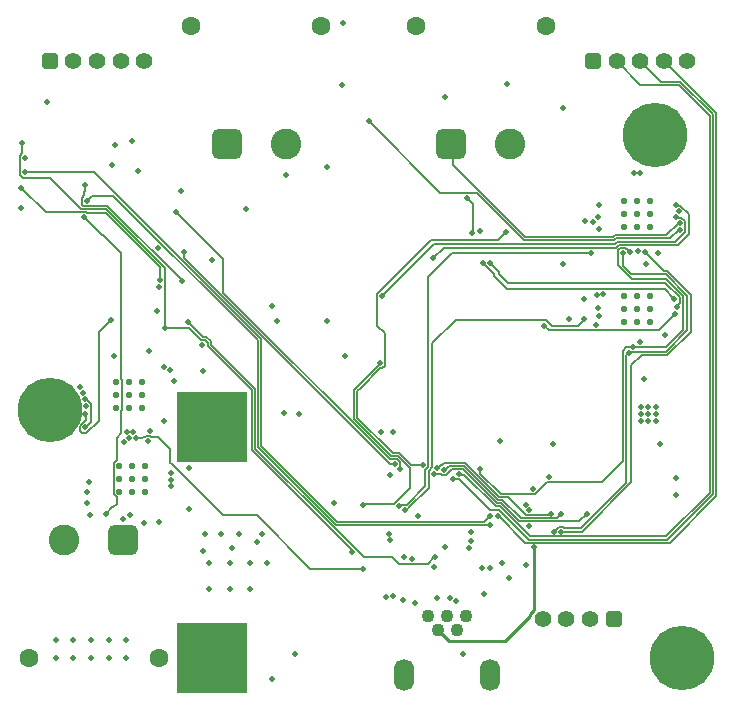
<source format=gbr>
%TF.GenerationSoftware,Altium Limited,Altium Designer,24.7.2 (38)*%
G04 Layer_Physical_Order=3*
G04 Layer_Color=16440176*
%FSLAX45Y45*%
%MOMM*%
%TF.SameCoordinates,4E20714E-E0DB-4EF4-9D00-32C5CA98EF25*%
%TF.FilePolarity,Positive*%
%TF.FileFunction,Copper,L3,Inr,Signal*%
%TF.Part,Single*%
G01*
G75*
%TA.AperFunction,Conductor*%
%ADD40C,0.25400*%
%ADD41C,0.16000*%
%TA.AperFunction,ComponentPad*%
%ADD49O,1.70000X2.70000*%
%ADD50C,1.10000*%
%ADD51C,1.40000*%
G04:AMPARAMS|DCode=52|XSize=1.4mm|YSize=1.4mm|CornerRadius=0.35mm|HoleSize=0mm|Usage=FLASHONLY|Rotation=0.000|XOffset=0mm|YOffset=0mm|HoleType=Round|Shape=RoundedRectangle|*
%AMROUNDEDRECTD52*
21,1,1.40000,0.70000,0,0,0.0*
21,1,0.70000,1.40000,0,0,0.0*
1,1,0.70000,0.35000,-0.35000*
1,1,0.70000,-0.35000,-0.35000*
1,1,0.70000,-0.35000,0.35000*
1,1,0.70000,0.35000,0.35000*
%
%ADD52ROUNDEDRECTD52*%
%ADD53R,6.00000X6.00000*%
G04:AMPARAMS|DCode=54|XSize=2.6mm|YSize=2.6mm|CornerRadius=0.65mm|HoleSize=0mm|Usage=FLASHONLY|Rotation=180.000|XOffset=0mm|YOffset=0mm|HoleType=Round|Shape=RoundedRectangle|*
%AMROUNDEDRECTD54*
21,1,2.60000,1.30000,0,0,180.0*
21,1,1.30000,2.60000,0,0,180.0*
1,1,1.30000,-0.65000,0.65000*
1,1,1.30000,0.65000,0.65000*
1,1,1.30000,0.65000,-0.65000*
1,1,1.30000,-0.65000,-0.65000*
%
%ADD54ROUNDEDRECTD54*%
%ADD55C,1.60000*%
%ADD56C,2.60000*%
%TA.AperFunction,ViaPad*%
%ADD57C,0.46000*%
%ADD58C,0.56000*%
%ADD59C,5.45000*%
D40*
X6949999Y3256552D02*
Y3783001D01*
X6914300Y3220853D02*
X6949999Y3256552D01*
X6914300Y3201800D02*
Y3220853D01*
X6230701Y2989301D02*
X6255356D01*
X6255359Y2989298D02*
X6334639D01*
X6701801Y2989301D02*
X6914300Y3201800D01*
X6334639Y2989298D02*
X6334642Y2989301D01*
X6701801D01*
X6255356D02*
X6255359Y2989298D01*
X6134999Y3084998D02*
X6230701Y2989301D01*
D41*
X6052001Y3644000D02*
X6108001Y3700000D01*
X5807939Y3644000D02*
X6052001D01*
X5797438Y3654501D02*
X5807939Y3644000D01*
X3457500Y4942447D02*
X3461000Y4945946D01*
X3457500Y4749999D02*
Y4942447D01*
X3453547Y5211506D02*
X3461000Y5204054D01*
X3453547Y5211506D02*
Y6276954D01*
X3461000Y4945946D02*
Y5204054D01*
X3394000Y4494053D02*
X3421154Y4521207D01*
Y4713653D02*
X3457500Y4749999D01*
X3421154Y4521207D02*
Y4713653D01*
X3394000Y4235946D02*
Y4494053D01*
X3421154Y4153156D02*
Y4208793D01*
X3394000Y4235946D02*
X3421154Y4208793D01*
X6098875Y6231125D02*
X6189251Y6321501D01*
X7642454D01*
X3117427Y6649025D02*
X3328699D01*
X3338225Y6639499D01*
X2610002Y6829999D02*
X2816976Y6623025D01*
X3303882Y6426619D02*
X3453547Y6276954D01*
X3293192Y6426619D02*
X3303882D01*
X3164295Y6613500D02*
X3327456D01*
X3119501Y6684398D02*
X3128874Y6675025D01*
X3170001Y6720002D02*
X3210001Y6760002D01*
X3128874Y6675025D02*
X3339469D01*
X2816976Y6623025D02*
X3154769D01*
X3119501Y6684398D02*
Y6742689D01*
X3338225Y6639499D02*
X3338225D01*
X3339469Y6675025D02*
X3968323Y6046170D01*
X3137786Y6582025D02*
X3293192Y6426619D01*
X3154769Y6623025D02*
X3164295Y6613500D01*
X2856956Y6909496D02*
X3117427Y6649025D01*
X3170001Y6716025D02*
Y6720002D01*
X3139999Y6795000D02*
X3147999Y6803000D01*
X3139999Y6763187D02*
Y6795000D01*
X3147999Y6803000D02*
Y6847999D01*
X3150000Y6850000D01*
X8186862Y5848579D02*
Y5899597D01*
X8008487Y5624087D02*
X8145912Y5761512D01*
X8161655Y5815254D02*
Y5823372D01*
X8186862Y5848579D01*
X6608882Y6080857D02*
X6718241Y5971498D01*
X8056979D01*
X8139238Y5889238D01*
X8155597Y6674449D02*
X8187822D01*
X8149958Y6680088D02*
X8155597Y6674449D01*
X8152304Y6577700D02*
X8154607Y6575397D01*
X8197001D01*
X8177913Y6474000D02*
X8184416D01*
X8197001Y6575397D02*
X8225416Y6546982D01*
X8176641Y6530000D02*
X8184416D01*
X7657186Y6373002D02*
X8141401D01*
X8071642Y6425001D02*
X8176641Y6530000D01*
X8102915Y6399002D02*
X8177913Y6474000D01*
X8225416Y6457017D02*
Y6546982D01*
X8141401Y6373002D02*
X8225416Y6457017D01*
X5812998Y4447708D02*
X5815706Y4444999D01*
X5812998Y4447708D02*
Y4504273D01*
X3989837Y6234100D02*
X5731200Y4492737D01*
X5766258D02*
X5771998Y4486997D01*
X5731200Y4492737D02*
X5766258D01*
X6012501Y4480001D02*
X6015000Y4482500D01*
X6056376Y4465894D02*
Y6076376D01*
X6090001Y4462749D02*
Y5512374D01*
X6030001Y4439518D02*
X6056376Y4465894D01*
X5910814Y4480001D02*
X6012501D01*
X6059500Y4432248D02*
X6090001Y4462749D01*
X6030001Y4300002D02*
Y4439518D01*
X6059500Y4289501D02*
Y4432248D01*
X6317562Y4361500D02*
X6579060Y4100002D01*
X6323240Y4396760D02*
X6360013D01*
X6317500Y4402500D02*
X6323240Y4396760D01*
X6360013D02*
X6624731Y4132042D01*
X6266251Y4363750D02*
X6268502Y4361500D01*
X6317562D01*
X6579060Y4100002D02*
X6657274D01*
X6197908Y4440498D02*
X6231411Y4474002D01*
X6356309D01*
X6189790Y4440498D02*
X6197908D01*
X6129850Y4452997D02*
X6132032D01*
X6175490Y4485140D02*
X6190351Y4500001D01*
X6164175Y4485140D02*
X6175490D01*
X6132032Y4452997D02*
X6164175Y4485140D01*
X6100500Y4405305D02*
X6167420D01*
X6173226Y4399498D01*
X5398298Y3763955D02*
X5407500Y3754752D01*
X5262464Y3944000D02*
X5268983D01*
X5512985Y3699998D02*
X5751937D01*
X5407500Y3747500D02*
Y3754752D01*
X4588002Y4618461D02*
Y5124679D01*
Y4618461D02*
X5262464Y3944000D01*
X5268983D02*
X5512985Y3699998D01*
X5398298Y3763955D02*
Y3767658D01*
X4561002Y4604954D02*
X5398298Y3767658D01*
X4024061Y5688620D02*
X4145682Y5566999D01*
X4018620Y5688620D02*
X4024061D01*
X4163493Y5540999D02*
X4187718Y5516773D01*
X4134912Y5540999D02*
X4163493D01*
X4030914Y5644998D02*
X4134912Y5540999D01*
X4145682Y5566999D02*
X4174267D01*
X4174764Y5566501D01*
X3378665Y4121247D02*
X3389244D01*
X3323559Y4066140D02*
X3378665Y4121247D01*
X5509997Y4149999D02*
X5766395D01*
X5504998Y4145001D02*
X5509997Y4149999D01*
X5833760Y4216238D02*
X5899998Y4282476D01*
X5766395Y4149999D02*
X5832633Y4216238D01*
X5860000Y4103802D02*
X5867095D01*
X5815741Y4141363D02*
X5839579D01*
X5832633Y4216238D02*
X5833760D01*
X5874801Y4144802D02*
X6030001Y4300002D01*
X5867095Y4103802D02*
X5881096Y4117802D01*
X5843017Y4144802D02*
X5874801D01*
X5810001Y4135623D02*
X5815741Y4141363D01*
X5839579D02*
X5843017Y4144802D01*
X5881096Y4117802D02*
X5887801D01*
X6059500Y4289501D01*
X6649647Y4049647D02*
X6651815D01*
X6877461Y3824001D01*
X6530005Y4000002D02*
X6580002Y4050000D01*
X5280000Y4000002D02*
X6530005D01*
X6108001Y3700000D02*
X6110000D01*
X8438000Y4245914D02*
Y7438457D01*
X8068087Y3876001D02*
X8438000Y4245914D01*
X8490000Y4215002D02*
Y7459996D01*
X8464000Y4235144D02*
Y7449226D01*
X8176457Y7700000D02*
X8438000Y7438457D01*
X8050002Y7899999D02*
X8490000Y7459996D01*
X8098999Y3824001D02*
X8490000Y4215002D01*
X6918044Y3876001D02*
X8068087D01*
X8078857Y3850001D02*
X8464000Y4235144D01*
X6907275Y3850001D02*
X8078857D01*
X8187227Y7725999D02*
X8464000Y7449226D01*
X7850002Y7700000D02*
X8176457D01*
X8024002Y7725999D02*
X8187227D01*
X6827699Y4003115D02*
X7333219D01*
X7395429Y4065325D01*
X7120208Y3917001D02*
X7161208Y3958001D01*
X7196775D01*
X7180498Y3917498D02*
X7354270D01*
X7180001Y3917001D02*
X7180498Y3917498D01*
X6657274Y4100002D02*
X6907275Y3850001D01*
X6662003Y4132042D02*
X6918044Y3876001D01*
X6877461Y3824001D02*
X8098999D01*
X7181866Y4062002D02*
X7182561D01*
X7148980Y4029115D02*
X7181866Y4062002D01*
X6838468Y4029115D02*
X7148980D01*
X7082759Y4070115D02*
X7090877D01*
X6886902Y4055115D02*
X7067759D01*
X7082759Y4070115D01*
X6731977Y4210040D02*
X6886902Y4055115D01*
X6672773Y4158041D02*
X6827699Y4003115D01*
X6683543Y4184040D02*
X6838468Y4029115D01*
X6657035Y4210040D02*
X6731977D01*
X7753566Y5433001D02*
X7756566Y5436001D01*
X8065999D01*
X7349998Y3950000D02*
X7732041Y4332042D01*
Y5408629D02*
X7753566Y5430154D01*
Y5433001D01*
X7732041Y4332042D02*
Y5408629D01*
X7700000Y5446889D02*
X7732613Y5479502D01*
X7526315Y4340001D02*
X7700000Y4513687D01*
Y5446889D01*
X7732613Y5479502D02*
X7791182D01*
X7791679Y5479999D01*
X8069997D02*
X8212862Y5622865D01*
X7791679Y5479999D02*
X8069997D01*
X7776002Y4339229D02*
Y5324012D01*
X7861992Y5410002D02*
X8076768D01*
X7776002Y5324012D02*
X7861992Y5410002D01*
X7320001Y5659999D02*
X7371918Y5711916D01*
Y5713535D01*
X7074369Y5624087D02*
X8008487D01*
X7038456Y5660000D02*
X7074369Y5624087D01*
X7032500Y5660000D02*
X7038456D01*
X6090001Y5512374D02*
X6286126Y5708500D01*
X7051500D02*
X7100001Y5659999D01*
X6286126Y5708500D02*
X7051500D01*
X7892000Y6282698D02*
Y6288002D01*
Y6282698D02*
X8053852Y6120847D01*
X8075924D01*
X8276001Y5609229D02*
Y5920770D01*
X8075924Y6120847D02*
X8276001Y5920770D01*
X7748015Y6299373D02*
X7759386Y6288002D01*
X7767504D01*
X7742900Y6299373D02*
X7748015D01*
X7700000Y6279495D02*
X7700502Y6279998D01*
X7659502Y6172423D02*
Y6301776D01*
Y6172423D02*
X7779928Y6051998D01*
X8071230D02*
X8212862Y5910366D01*
X7700000Y6168695D02*
Y6279495D01*
X7779928Y6051998D02*
X8071230D01*
X8212862Y5622865D02*
Y5910366D01*
X6846720Y6271941D02*
X7434499D01*
X6839161Y6279500D02*
X6846720Y6271941D01*
X6259500Y6279500D02*
X6839161D01*
X6379500Y6740500D02*
X6430000Y6689999D01*
X6468964Y6781500D02*
X6866463Y6384000D01*
X5550002Y7389998D02*
X6158500Y6781500D01*
X6468964D01*
X6424452Y6444452D02*
X6430000Y6450000D01*
Y6689999D01*
X6522829Y6187986D02*
Y6188692D01*
X6657015Y6100257D02*
Y6115494D01*
X6522829Y6187986D02*
X6608882Y6101933D01*
X6578584Y6193925D02*
X6657015Y6115494D01*
Y6100257D02*
X6731274Y6025998D01*
X5665998Y5915294D02*
Y5916000D01*
X6099998Y6350000D01*
X5430002Y5120000D02*
X5649499Y5339497D01*
Y5340502D01*
X2638999Y6960058D02*
X3225905D01*
X4640001Y5545963D01*
X2624020Y6909496D02*
X2856956D01*
X2597999Y6935517D02*
X2624020Y6909496D01*
X2597999Y6935517D02*
Y7099483D01*
X2618196Y7119680D01*
Y7210999D01*
X3920000Y6625000D02*
X4319636Y6225364D01*
Y5941070D02*
Y6225364D01*
X3984097Y6280196D02*
X3989837Y6274456D01*
Y6234100D02*
Y6274456D01*
X3782998Y6050001D02*
X3784498Y6051501D01*
Y6156457D01*
X3369647Y5709647D02*
X3370355D01*
X3265099Y5605099D02*
X3369647Y5709647D01*
X3658617Y4719000D02*
X3665497Y4725881D01*
X3699463D02*
X3706343Y4719000D01*
X3771001D01*
X3642050D02*
X3658617D01*
X3665497Y4725881D02*
X3699463D01*
X3631050Y4708000D02*
X3642050Y4719000D01*
X3581002Y4708000D02*
X3631050D01*
X3771001Y4719000D02*
X3870000Y4620001D01*
X3112020Y4815877D02*
Y4822502D01*
X3153522Y4864004D02*
Y4910630D01*
X3153020Y4805520D02*
X3158944D01*
X3112020Y4822502D02*
X3153522Y4864004D01*
X3158944Y4805520D02*
X3200502Y4847077D01*
X3102920Y4806777D02*
X3112020Y4815877D01*
X3153020Y4911132D02*
X3153522Y4910630D01*
X3174108Y5021000D02*
X3176276D01*
X3159296Y5035812D02*
X3174108Y5021000D01*
X3151178Y5035812D02*
X3159296D01*
X3176276Y5021000D02*
X3200502Y4996774D01*
X3389244Y4121247D02*
X3421154Y4153156D01*
X3160197Y4749500D02*
X3265099Y4854402D01*
X3102920Y4771873D02*
X3125292Y4749500D01*
X3200502Y4847077D02*
Y4996774D01*
X3125292Y4749500D02*
X3160197D01*
X6190351Y4500001D02*
X6367079D01*
X6495547Y4408297D02*
Y4444451D01*
X6490000Y4449999D02*
X6495547Y4444451D01*
X6608882Y6080857D02*
Y6101933D01*
X5899998Y4282476D02*
Y4454042D01*
X8065999Y5436001D02*
X8250001Y5619999D01*
X7354270Y3917498D02*
X7776002Y4339229D01*
X7060001Y4340001D02*
X7526315D01*
X6956039Y4236039D02*
X7060001Y4340001D01*
X6667805Y4236039D02*
X6956039D01*
X6495547Y4408297D02*
X6667805Y4236039D01*
X6367079Y4500001D02*
X6657035Y4210040D01*
X5273233Y3970000D02*
X6580002D01*
X4640001Y4640001D02*
X5280000Y4000002D01*
X4614001Y4629231D02*
X5273233Y3970000D01*
X5751937Y3699998D02*
X5797438Y3654501D01*
X7100001Y5659999D02*
X7320001D01*
X6056376Y6076376D02*
X6259500Y6279500D01*
X5800044Y4554002D02*
X5899998Y4454042D01*
X6206774Y4399498D02*
X6255273Y4448002D01*
X6345540D01*
X6173226Y4399498D02*
X6206774D01*
X6345540Y4448002D02*
X6635501Y4158041D01*
X4614001Y4629231D02*
Y5535193D01*
X4640001Y4640001D02*
Y5545963D01*
X3210001Y6760002D02*
X3389193D01*
X4614001Y5535193D01*
X4213718Y5498963D02*
X4588002Y5124679D01*
X4561002Y4604954D02*
Y5114910D01*
X3119501Y6742689D02*
X3139999Y6763187D01*
X3825001Y5644998D02*
Y6152723D01*
X3338225Y6639499D02*
X3825001Y6152723D01*
X3327456Y6613500D02*
X3784498Y6156457D01*
X3968323Y6038322D02*
Y6046170D01*
X6635501Y4158041D02*
X6672773D01*
X6356309Y4474002D02*
X6646266Y4184040D01*
X6624731Y4132042D02*
X6662003D01*
X6646266Y4184040D02*
X6683543D01*
X5810814Y4580001D02*
X5910814Y4480001D01*
X5754248Y4580001D02*
X5810814D01*
X5456001Y4878248D02*
X5754248Y4580001D01*
X5456001Y4878248D02*
Y5109230D01*
X5483382Y5136617D01*
X5483388D01*
X5646273Y5299502D01*
X5666776D01*
X5690499Y5323225D01*
Y5595000D01*
X5624998Y5660502D02*
X5690499Y5595000D01*
X5624998Y5660502D02*
Y5932277D01*
X6075355Y6382629D01*
X6642628D01*
X6714520Y6454521D01*
X6099998Y6350000D02*
X7109998D01*
X5743478Y4554002D02*
X5800044D01*
X5430002Y4867478D02*
X5743478Y4554002D01*
X5430002Y4867478D02*
Y5120000D01*
X5732709Y4527997D02*
X5789275D01*
X4319636Y5941070D02*
X5732709Y4527997D01*
X5789275D02*
X5812998Y4504273D01*
X7204776Y3950000D02*
X7349998D01*
X5057277Y3599998D02*
X5499999D01*
X6268629Y7018604D02*
X6877233Y6410000D01*
X7620645D01*
X6268629Y7018604D02*
Y7181372D01*
X6866463Y6384000D02*
X7631415D01*
X3265099Y4854402D02*
Y5605099D01*
X3102920Y4771873D02*
Y4806777D01*
X4213718Y5498963D02*
Y5527543D01*
X4174764Y5566501D02*
X4213718Y5527543D01*
X4187718Y5488193D02*
Y5516773D01*
Y5488193D02*
X4561002Y5114910D01*
X3825001Y5644998D02*
X4030914D01*
X3883823Y4486178D02*
X3885418D01*
X3909141Y4460860D02*
Y4462450D01*
X3885418Y4486178D02*
X3909141Y4462450D01*
X3870000Y4500001D02*
X3883823Y4486178D01*
X3870000Y4500001D02*
Y4620001D01*
X3909141Y4460860D02*
X4315181Y4054820D01*
X4602455D01*
X5057277Y3599998D01*
X7196775Y3958001D02*
X7204776Y3950000D01*
X8076768Y5410002D02*
X8276001Y5609229D01*
X7650002Y7899999D02*
X7850002Y7700000D01*
Y7899999D02*
X8024002Y7725999D01*
X8259999Y6440002D02*
Y6602278D01*
X8187822Y6674449D02*
X8259999Y6602278D01*
X6731274Y6025998D02*
X8060461D01*
X8186862Y5899597D01*
X7642454Y6321501D02*
X7667955Y6347003D01*
X7659502Y6301776D02*
X7678725Y6320998D01*
X7721275D01*
X8166999Y6347003D02*
X8259999Y6440002D01*
X7646416Y6399002D02*
X8102915D01*
X7631415Y6384000D02*
X7646416Y6399002D01*
X7635687Y6351499D02*
X7657186Y6373002D01*
X7721275Y6320998D02*
X7742900Y6299373D01*
X7635646Y6425001D02*
X8071642D01*
X7620645Y6410000D02*
X7635646Y6425001D01*
X7667955Y6347003D02*
X8166999D01*
X7111502Y6351499D02*
X7635687D01*
X7109998Y6350000D02*
X7111502Y6351499D01*
X6250000Y7200001D02*
X6268629Y7181372D01*
X8250001Y5619999D02*
Y5910001D01*
X8065150Y6094847D02*
X8250001Y5910001D01*
X7773848Y6094847D02*
X8065150D01*
X7700000Y6168695D02*
X7773848Y6094847D01*
D49*
X6580000Y2700000D02*
D03*
X5850000D02*
D03*
D50*
X6055000Y3205000D02*
D03*
X6215000D02*
D03*
X6135000Y3085000D02*
D03*
X6295000D02*
D03*
X6375000Y3205000D02*
D03*
D51*
X7650002Y7899999D02*
D03*
X7850002D02*
D03*
X8050002D02*
D03*
X8250001D02*
D03*
X3050002D02*
D03*
X3250001D02*
D03*
X3450001D02*
D03*
X3650000D02*
D03*
X7225000Y3175000D02*
D03*
X7424999D02*
D03*
X7025000D02*
D03*
D52*
X7449998Y7899999D02*
D03*
X2850002D02*
D03*
X7624999Y3175000D02*
D03*
D53*
X4225000Y2850002D02*
D03*
Y4800000D02*
D03*
D54*
X3474999Y3850000D02*
D03*
X6250000Y7200001D02*
D03*
X4349999D02*
D03*
D55*
X3774999Y2850002D02*
D03*
X2675001D02*
D03*
X5950001Y8199999D02*
D03*
X7049999D02*
D03*
X4050000D02*
D03*
X5150002D02*
D03*
D56*
X2975000Y3850000D02*
D03*
X6749999Y7200001D02*
D03*
X4849998D02*
D03*
D57*
X5920000Y3685000D02*
D03*
X4732700Y2672700D02*
D03*
X5330000Y8220000D02*
D03*
X2610000Y6660000D02*
D03*
X3500000Y3000000D02*
D03*
X3350000D02*
D03*
X3200000D02*
D03*
X3050000D02*
D03*
X2900000D02*
D03*
X3500000Y2850000D02*
D03*
X3350000D02*
D03*
X3200000D02*
D03*
X3050000D02*
D03*
X2900000D02*
D03*
X6098875Y6231125D02*
D03*
X7800000Y6950000D02*
D03*
X7850000D02*
D03*
X7200001Y7500000D02*
D03*
X8150941Y4225000D02*
D03*
X6490000Y4449999D02*
D03*
X6287737Y3326003D02*
D03*
X6126323Y3352000D02*
D03*
X6347257Y2879695D02*
D03*
X4960000Y4909998D02*
D03*
X4829998Y4920000D02*
D03*
X4509999Y6651099D02*
D03*
X3960002Y6800002D02*
D03*
X3404217Y7186477D02*
D03*
X3599998Y6969999D02*
D03*
X3379998Y7020001D02*
D03*
X3170001Y6716025D02*
D03*
X3137786Y6582025D02*
D03*
X3150000Y6850000D02*
D03*
X8060304Y5580858D02*
D03*
X8161655Y5815254D02*
D03*
X8145912Y5761512D02*
D03*
X8139238Y5889238D02*
D03*
X8149958Y6680088D02*
D03*
X8174645Y6629645D02*
D03*
X8152304Y6577700D02*
D03*
X8184416Y6530000D02*
D03*
Y6474000D02*
D03*
X6721511Y7705103D02*
D03*
X6200000Y7600000D02*
D03*
X5200000Y7000000D02*
D03*
Y5700000D02*
D03*
X5350000Y5400000D02*
D03*
X4300000Y3900000D02*
D03*
X4450000D02*
D03*
X4390173Y3775400D02*
D03*
X4150000Y3750000D02*
D03*
X5815706Y4444999D02*
D03*
X5730001Y4395003D02*
D03*
X7110000Y4660000D02*
D03*
X6666796Y4682499D02*
D03*
X5655000Y4760438D02*
D03*
X5755000D02*
D03*
X5771998Y4486997D02*
D03*
X6015000Y4482500D02*
D03*
X6317500Y4402500D02*
D03*
X6266251Y4363750D02*
D03*
X6189790Y4440498D02*
D03*
X6129850Y4452997D02*
D03*
X6100500Y4405305D02*
D03*
X5847939Y3699998D02*
D03*
X5499999Y3599998D02*
D03*
X5407500Y3747500D02*
D03*
X3687072Y5447502D02*
D03*
X3825001Y5644998D02*
D03*
X4018620Y5688620D02*
D03*
X4142501Y5499999D02*
D03*
X4147147Y5275354D02*
D03*
X4030701Y4459300D02*
D03*
X3880002Y4410998D02*
D03*
Y4354998D02*
D03*
Y4298998D02*
D03*
X3183489Y4337699D02*
D03*
X3162786Y4255869D02*
D03*
X3187500Y4057500D02*
D03*
X3167607Y4155590D02*
D03*
X3531814Y4058666D02*
D03*
X3474999Y4024499D02*
D03*
X3323559Y4066140D02*
D03*
X3645000Y3987500D02*
D03*
X3774999Y4000002D02*
D03*
X4030000Y4109999D02*
D03*
X4162500Y3900000D02*
D03*
X4645701Y3900000D02*
D03*
X4601654Y3831455D02*
D03*
X4692515Y3652339D02*
D03*
X4550016Y3649839D02*
D03*
X4200015D02*
D03*
Y3427339D02*
D03*
X4550016D02*
D03*
X4377119Y3427124D02*
D03*
X4374998Y3650000D02*
D03*
X5259248Y4159245D02*
D03*
X5504998Y4145001D02*
D03*
X5810001Y4135623D02*
D03*
X5860000Y4103802D02*
D03*
X5730001Y3843872D02*
D03*
X5727151Y3899799D02*
D03*
X6649647Y4049647D02*
D03*
X6580002Y4050000D02*
D03*
Y3970000D02*
D03*
X6678402Y3654999D02*
D03*
X6510000Y3606711D02*
D03*
X6414511Y3915491D02*
D03*
X6420002Y3840002D02*
D03*
X5972161Y4051457D02*
D03*
X6400002Y3780003D02*
D03*
X6196360Y3786363D02*
D03*
X6110000Y3700000D02*
D03*
X6099998Y3618000D02*
D03*
X6530000Y3389504D02*
D03*
X6236803Y3355616D02*
D03*
X5694002Y3362938D02*
D03*
X5757500Y3368454D02*
D03*
X5841574Y3339897D02*
D03*
X5943000Y3310349D02*
D03*
X6580002Y3609498D02*
D03*
X6738891Y3525095D02*
D03*
X6881881Y3631880D02*
D03*
X6949999Y3783001D02*
D03*
X7395429Y4065325D02*
D03*
X7180001Y3917001D02*
D03*
X7120208D02*
D03*
X7182561Y4062002D02*
D03*
X7090877Y4070115D02*
D03*
X6910000Y4096115D02*
D03*
X6905732Y3962116D02*
D03*
X6881298Y4145827D02*
D03*
X6939512Y4280488D02*
D03*
X7080001Y4381001D02*
D03*
X8150000Y4370000D02*
D03*
X8020000Y4655002D02*
D03*
X7860000Y4850000D02*
D03*
X7919999Y4849998D02*
D03*
X7979999D02*
D03*
Y4909998D02*
D03*
X7920000Y4910000D02*
D03*
X7860000Y4975000D02*
D03*
X7920000Y4970000D02*
D03*
X7860000Y4909998D02*
D03*
X7980000Y4970000D02*
D03*
X7753566Y5433001D02*
D03*
X7791182Y5479502D02*
D03*
X7844862Y5522124D02*
D03*
X7250843Y5715345D02*
D03*
X7371918Y5713535D02*
D03*
X7032500Y5660000D02*
D03*
X7200000Y6180000D02*
D03*
X7372498Y5885502D02*
D03*
X7476206Y5665087D02*
D03*
X7502328Y5746055D02*
D03*
X7494498Y5811322D02*
D03*
X7536099Y5930498D02*
D03*
X7480502Y5916158D02*
D03*
X7903052Y6185550D02*
D03*
X7999999Y6279998D02*
D03*
X7892000Y6288002D02*
D03*
X7831444Y6297113D02*
D03*
X7767504Y6288002D02*
D03*
X7700502Y6279998D02*
D03*
X7434499Y6271941D02*
D03*
X7446014Y6541270D02*
D03*
X7488715Y6577500D02*
D03*
X7501000Y6477500D02*
D03*
X7504844Y6683136D02*
D03*
X7381893Y6545362D02*
D03*
X6379500Y6740500D02*
D03*
X6424452Y6444452D02*
D03*
X6714520Y6454521D02*
D03*
X6490000Y6462500D02*
D03*
X6578584Y6193925D02*
D03*
X6522829Y6188692D02*
D03*
X5665998Y5915294D02*
D03*
X5649499Y5340502D02*
D03*
X4778469Y5703534D02*
D03*
X4730501Y5825002D02*
D03*
X4851946Y6933055D02*
D03*
X5324943Y7700499D02*
D03*
X2823748Y7553752D02*
D03*
X2610002Y6829999D02*
D03*
X2638999Y6960058D02*
D03*
Y7082500D02*
D03*
X2618196Y7210999D02*
D03*
X3547500Y7227500D02*
D03*
X3764047Y6318535D02*
D03*
X3920000Y6625000D02*
D03*
X4223639Y6213638D02*
D03*
X3968323Y6038322D02*
D03*
X3984097Y6280196D02*
D03*
X3782998Y6050001D02*
D03*
X3773221Y5985146D02*
D03*
X3762888Y5786613D02*
D03*
X3370355Y5709647D02*
D03*
X3397500Y5400000D02*
D03*
X3870884Y5289118D02*
D03*
X3819078Y5310382D02*
D03*
X3900604Y5190106D02*
D03*
X3815568Y4856668D02*
D03*
X3700115Y4766875D02*
D03*
X3682480Y4684881D02*
D03*
X3525002Y4708000D02*
D03*
X3581002D02*
D03*
X3478985Y4671883D02*
D03*
X3501040Y4760441D02*
D03*
X3558764Y4763844D02*
D03*
X3153020Y4805520D02*
D03*
Y4911132D02*
D03*
X3158092Y4980241D02*
D03*
X3151178Y5035812D02*
D03*
X3136024Y5089723D02*
D03*
X3110000Y5145000D02*
D03*
X7879999Y5210002D02*
D03*
X4929998Y2879999D02*
D03*
X5550002Y7389998D02*
D03*
D58*
X3415000Y5185000D02*
D03*
X3525000D02*
D03*
X3635000D02*
D03*
X3415000Y5075000D02*
D03*
X3525000D02*
D03*
X3635000D02*
D03*
X3415000Y4965000D02*
D03*
X3525000D02*
D03*
X3635000D02*
D03*
X3660000Y4255000D02*
D03*
X3550000D02*
D03*
X3440000D02*
D03*
X3660000Y4365000D02*
D03*
X3550000D02*
D03*
X3440000D02*
D03*
X3660000Y4475000D02*
D03*
X3550000D02*
D03*
X3440000D02*
D03*
X7715000Y6715000D02*
D03*
X7825000D02*
D03*
X7935000D02*
D03*
X7715000Y6605000D02*
D03*
X7825000D02*
D03*
X7935000D02*
D03*
X7715000Y6495000D02*
D03*
X7825000D02*
D03*
X7935000D02*
D03*
X7935000Y5695000D02*
D03*
X7825000D02*
D03*
X7715000D02*
D03*
X7935000Y5805000D02*
D03*
X7825000D02*
D03*
X7715000D02*
D03*
X7935000Y5915000D02*
D03*
X7825000D02*
D03*
X7715000D02*
D03*
D59*
X2850002Y4949998D02*
D03*
X8199999Y2850002D02*
D03*
X7975001Y7275002D02*
D03*
%TF.MD5,4f976cd11f320c069121b71c98ea3911*%
M02*

</source>
